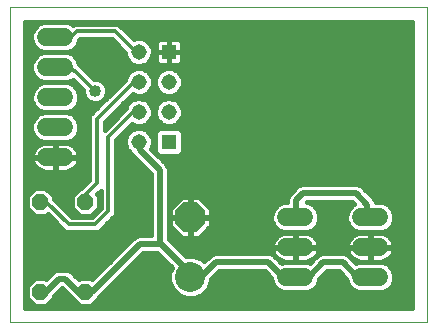
<source format=gtl>
G75*
%MOIN*%
%OFA0B0*%
%FSLAX25Y25*%
%IPPOS*%
%LPD*%
%AMOC8*
5,1,8,0,0,1.08239X$1,22.5*
%
%ADD10C,0.00000*%
%ADD11C,0.10000*%
%ADD12OC8,0.10000*%
%ADD13C,0.06000*%
%ADD14OC8,0.05200*%
%ADD15R,0.05150X0.05150*%
%ADD16C,0.05150*%
%ADD17C,0.01600*%
%ADD18C,0.02000*%
%ADD19C,0.01200*%
%ADD20C,0.04000*%
D10*
X0001800Y0004102D02*
X0001800Y0109063D01*
X0140501Y0109063D01*
X0140501Y0004102D01*
X0001800Y0004102D01*
D11*
X0061800Y0019102D03*
D12*
X0061800Y0039102D03*
D13*
X0093800Y0039102D02*
X0099800Y0039102D01*
X0099800Y0029102D02*
X0093800Y0029102D01*
X0093800Y0019102D02*
X0099800Y0019102D01*
X0118800Y0019102D02*
X0124800Y0019102D01*
X0124800Y0029102D02*
X0118800Y0029102D01*
X0118800Y0039102D02*
X0124800Y0039102D01*
X0019800Y0059102D02*
X0013800Y0059102D01*
X0013800Y0069102D02*
X0019800Y0069102D01*
X0019800Y0079102D02*
X0013800Y0079102D01*
X0013800Y0089102D02*
X0019800Y0089102D01*
X0019800Y0099102D02*
X0013800Y0099102D01*
D14*
X0011800Y0044102D03*
X0026800Y0044102D03*
X0026800Y0014102D03*
X0011800Y0014102D03*
D15*
X0054605Y0064161D03*
X0054605Y0094161D03*
D16*
X0044605Y0094161D03*
X0044605Y0084161D03*
X0054605Y0084161D03*
X0054605Y0074161D03*
X0044605Y0074161D03*
X0044605Y0064161D03*
D17*
X0048627Y0061917D02*
X0049180Y0063251D01*
X0049180Y0065071D01*
X0048483Y0066753D01*
X0047197Y0068039D01*
X0045515Y0068736D01*
X0043695Y0068736D01*
X0042014Y0068039D01*
X0040727Y0066753D01*
X0040030Y0065071D01*
X0040030Y0063251D01*
X0040727Y0061570D01*
X0042014Y0060283D01*
X0042138Y0060231D01*
X0042357Y0059703D01*
X0048500Y0053559D01*
X0048500Y0033052D01*
X0044303Y0033052D01*
X0043201Y0032595D01*
X0042357Y0031751D01*
X0029006Y0018401D01*
X0028705Y0018702D01*
X0024895Y0018702D01*
X0024544Y0018351D01*
X0021849Y0021045D01*
X0020747Y0021502D01*
X0017353Y0021502D01*
X0016251Y0021045D01*
X0015407Y0020201D01*
X0013806Y0018601D01*
X0013705Y0018702D01*
X0009895Y0018702D01*
X0007200Y0016007D01*
X0007200Y0012197D01*
X0009895Y0009502D01*
X0013705Y0009502D01*
X0016400Y0012197D01*
X0016400Y0012709D01*
X0019050Y0015359D01*
X0022200Y0012209D01*
X0022200Y0012197D01*
X0024895Y0009502D01*
X0028705Y0009502D01*
X0031400Y0012197D01*
X0031400Y0012309D01*
X0046143Y0027052D01*
X0050807Y0027052D01*
X0055551Y0022308D01*
X0054800Y0020494D01*
X0054800Y0017710D01*
X0055866Y0015137D01*
X0057835Y0013168D01*
X0060408Y0012102D01*
X0063192Y0012102D01*
X0065765Y0013168D01*
X0067734Y0015137D01*
X0068800Y0017710D01*
X0068800Y0018359D01*
X0071443Y0021002D01*
X0086557Y0021002D01*
X0088800Y0018759D01*
X0088800Y0018107D01*
X0089561Y0016270D01*
X0090968Y0014863D01*
X0092805Y0014102D01*
X0100795Y0014102D01*
X0102632Y0014863D01*
X0104039Y0016270D01*
X0104800Y0018107D01*
X0104800Y0018609D01*
X0107193Y0021002D01*
X0111307Y0021002D01*
X0113800Y0018509D01*
X0113800Y0018107D01*
X0114561Y0016270D01*
X0115968Y0014863D01*
X0117805Y0014102D01*
X0125795Y0014102D01*
X0127632Y0014863D01*
X0129039Y0016270D01*
X0129800Y0018107D01*
X0129800Y0020097D01*
X0129039Y0021934D01*
X0127632Y0023341D01*
X0125795Y0024102D01*
X0117805Y0024102D01*
X0117019Y0023776D01*
X0114249Y0026545D01*
X0113147Y0027002D01*
X0105353Y0027002D01*
X0104251Y0026545D01*
X0103407Y0025701D01*
X0101511Y0023805D01*
X0100795Y0024102D01*
X0092805Y0024102D01*
X0092195Y0023849D01*
X0090343Y0025701D01*
X0090343Y0025701D01*
X0089499Y0026545D01*
X0088397Y0027002D01*
X0069603Y0027002D01*
X0068501Y0026545D01*
X0066378Y0024423D01*
X0065765Y0025036D01*
X0063192Y0026102D01*
X0060408Y0026102D01*
X0060291Y0026054D01*
X0054500Y0031845D01*
X0054500Y0055399D01*
X0054043Y0056501D01*
X0053199Y0057345D01*
X0048627Y0061917D01*
X0048932Y0062652D02*
X0050030Y0062652D01*
X0050030Y0064250D02*
X0049180Y0064250D01*
X0048858Y0065849D02*
X0050030Y0065849D01*
X0050030Y0067448D02*
X0047788Y0067448D01*
X0050030Y0067564D02*
X0051202Y0068736D01*
X0058008Y0068736D01*
X0059180Y0067564D01*
X0059180Y0060758D01*
X0058008Y0059586D01*
X0051202Y0059586D01*
X0050030Y0060758D01*
X0050030Y0067564D01*
X0052014Y0070283D02*
X0053695Y0069586D01*
X0055515Y0069586D01*
X0057197Y0070283D01*
X0058483Y0071570D01*
X0059180Y0073251D01*
X0059180Y0075071D01*
X0058483Y0076753D01*
X0057197Y0078039D01*
X0055515Y0078736D01*
X0053695Y0078736D01*
X0052014Y0078039D01*
X0050727Y0076753D01*
X0050030Y0075071D01*
X0050030Y0073251D01*
X0050727Y0071570D01*
X0052014Y0070283D01*
X0051652Y0070645D02*
X0047558Y0070645D01*
X0047197Y0070283D02*
X0048483Y0071570D01*
X0049180Y0073251D01*
X0049180Y0075071D01*
X0048483Y0076753D01*
X0047197Y0078039D01*
X0045515Y0078736D01*
X0043695Y0078736D01*
X0042014Y0078039D01*
X0040727Y0076753D01*
X0040030Y0075071D01*
X0040030Y0075059D01*
X0033200Y0068229D01*
X0033200Y0070775D01*
X0042504Y0080080D01*
X0043695Y0079586D01*
X0045515Y0079586D01*
X0047197Y0080283D01*
X0048483Y0081570D01*
X0049180Y0083251D01*
X0049180Y0085071D01*
X0048483Y0086753D01*
X0047197Y0088039D01*
X0045515Y0088736D01*
X0043695Y0088736D01*
X0042014Y0088039D01*
X0040727Y0086753D01*
X0040030Y0085071D01*
X0040030Y0084959D01*
X0029127Y0074056D01*
X0028396Y0073325D01*
X0028000Y0072369D01*
X0028000Y0051479D01*
X0025277Y0048756D01*
X0025223Y0048702D01*
X0024895Y0048702D01*
X0022200Y0046007D01*
X0022200Y0042197D01*
X0024895Y0039502D01*
X0028705Y0039502D01*
X0031400Y0042197D01*
X0031400Y0046007D01*
X0030641Y0046766D01*
X0031850Y0047975D01*
X0031850Y0042129D01*
X0028973Y0039252D01*
X0022327Y0039252D01*
X0016400Y0045179D01*
X0016400Y0046007D01*
X0013705Y0048702D01*
X0009895Y0048702D01*
X0007200Y0046007D01*
X0007200Y0042197D01*
X0009895Y0039502D01*
X0013705Y0039502D01*
X0014214Y0040011D01*
X0019777Y0034448D01*
X0020733Y0034052D01*
X0030567Y0034052D01*
X0031523Y0034448D01*
X0032254Y0035179D01*
X0036654Y0039579D01*
X0037050Y0040535D01*
X0037050Y0064725D01*
X0042434Y0070109D01*
X0043695Y0069586D01*
X0045515Y0069586D01*
X0047197Y0070283D01*
X0048762Y0072243D02*
X0050448Y0072243D01*
X0050030Y0073842D02*
X0049180Y0073842D01*
X0049027Y0075440D02*
X0050183Y0075440D01*
X0051013Y0077039D02*
X0048197Y0077039D01*
X0045754Y0078637D02*
X0053457Y0078637D01*
X0053695Y0079586D02*
X0055515Y0079586D01*
X0057197Y0080283D01*
X0058483Y0081570D01*
X0059180Y0083251D01*
X0059180Y0085071D01*
X0058483Y0086753D01*
X0057197Y0088039D01*
X0055515Y0088736D01*
X0053695Y0088736D01*
X0052014Y0088039D01*
X0050727Y0086753D01*
X0050030Y0085071D01*
X0050030Y0083251D01*
X0050727Y0081570D01*
X0052014Y0080283D01*
X0053695Y0079586D01*
X0052128Y0080236D02*
X0047083Y0080236D01*
X0048593Y0081834D02*
X0050617Y0081834D01*
X0050030Y0083433D02*
X0049180Y0083433D01*
X0049180Y0085031D02*
X0050030Y0085031D01*
X0050676Y0086630D02*
X0048534Y0086630D01*
X0046741Y0088228D02*
X0052469Y0088228D01*
X0051793Y0089786D02*
X0054605Y0089786D01*
X0054605Y0094161D01*
X0050230Y0094161D01*
X0050230Y0091349D01*
X0050353Y0090892D01*
X0050590Y0090481D01*
X0050925Y0090146D01*
X0051336Y0089909D01*
X0051793Y0089786D01*
X0051643Y0089827D02*
X0046095Y0089827D01*
X0045515Y0089586D02*
X0047197Y0090283D01*
X0048483Y0091570D01*
X0049180Y0093251D01*
X0049180Y0095071D01*
X0048483Y0096753D01*
X0047197Y0098039D01*
X0045515Y0098736D01*
X0043695Y0098736D01*
X0042916Y0098413D01*
X0038854Y0102475D01*
X0038123Y0103206D01*
X0037167Y0103602D01*
X0023483Y0103602D01*
X0022697Y0103276D01*
X0022632Y0103341D01*
X0020795Y0104102D01*
X0012805Y0104102D01*
X0010968Y0103341D01*
X0009561Y0101934D01*
X0008800Y0100097D01*
X0008800Y0098107D01*
X0009561Y0096270D01*
X0010968Y0094863D01*
X0012805Y0094102D01*
X0010968Y0093341D01*
X0009561Y0091934D01*
X0008800Y0090097D01*
X0008800Y0088107D01*
X0009561Y0086270D01*
X0010968Y0084863D01*
X0012805Y0084102D01*
X0020795Y0084102D01*
X0022632Y0084863D01*
X0022672Y0084903D01*
X0026050Y0081525D01*
X0026050Y0080406D01*
X0026659Y0078936D01*
X0027784Y0077811D01*
X0029254Y0077202D01*
X0030846Y0077202D01*
X0032316Y0077811D01*
X0033441Y0078936D01*
X0034050Y0080406D01*
X0034050Y0081998D01*
X0033441Y0083468D01*
X0032316Y0084593D01*
X0030846Y0085202D01*
X0029727Y0085202D01*
X0025654Y0089275D01*
X0024923Y0090006D01*
X0024800Y0090057D01*
X0024800Y0090097D01*
X0024039Y0091934D01*
X0022632Y0093341D01*
X0020795Y0094102D01*
X0012805Y0094102D01*
X0020795Y0094102D01*
X0022632Y0094863D01*
X0024039Y0096270D01*
X0024800Y0098107D01*
X0024800Y0098125D01*
X0025077Y0098402D01*
X0035573Y0098402D01*
X0040030Y0093945D01*
X0040030Y0093251D01*
X0040727Y0091570D01*
X0042014Y0090283D01*
X0043695Y0089586D01*
X0045515Y0089586D01*
X0043115Y0089827D02*
X0025102Y0089827D01*
X0026701Y0088228D02*
X0042469Y0088228D01*
X0040676Y0086630D02*
X0028299Y0086630D01*
X0031258Y0085031D02*
X0040030Y0085031D01*
X0038504Y0083433D02*
X0033456Y0083433D01*
X0034050Y0081834D02*
X0036905Y0081834D01*
X0035307Y0080236D02*
X0033979Y0080236D01*
X0033708Y0078637D02*
X0033142Y0078637D01*
X0032110Y0077039D02*
X0024357Y0077039D01*
X0024039Y0076270D02*
X0024800Y0078107D01*
X0024800Y0080097D01*
X0024039Y0081934D01*
X0022632Y0083341D01*
X0020795Y0084102D01*
X0012805Y0084102D01*
X0010968Y0083341D01*
X0009561Y0081934D01*
X0008800Y0080097D01*
X0008800Y0078107D01*
X0009561Y0076270D01*
X0010968Y0074863D01*
X0012805Y0074102D01*
X0020795Y0074102D01*
X0022632Y0074863D01*
X0024039Y0076270D01*
X0023209Y0075440D02*
X0030511Y0075440D01*
X0028913Y0073842D02*
X0021423Y0073842D01*
X0020795Y0074102D02*
X0022632Y0073341D01*
X0024039Y0071934D01*
X0024800Y0070097D01*
X0024800Y0068107D01*
X0024039Y0066270D01*
X0022632Y0064863D01*
X0020795Y0064102D01*
X0012805Y0064102D01*
X0010968Y0064863D01*
X0009561Y0066270D01*
X0008800Y0068107D01*
X0008800Y0070097D01*
X0009561Y0071934D01*
X0010968Y0073341D01*
X0012805Y0074102D01*
X0020795Y0074102D01*
X0023730Y0072243D02*
X0028000Y0072243D01*
X0028000Y0070645D02*
X0024573Y0070645D01*
X0024800Y0069046D02*
X0028000Y0069046D01*
X0028000Y0067448D02*
X0024527Y0067448D01*
X0023618Y0065849D02*
X0028000Y0065849D01*
X0028000Y0064250D02*
X0021153Y0064250D01*
X0020924Y0063784D02*
X0020178Y0063902D01*
X0017000Y0063902D01*
X0017000Y0059302D01*
X0024600Y0059302D01*
X0024600Y0059480D01*
X0024482Y0060226D01*
X0024248Y0060945D01*
X0023905Y0061618D01*
X0023461Y0062229D01*
X0022927Y0062763D01*
X0022316Y0063207D01*
X0021643Y0063550D01*
X0020924Y0063784D01*
X0023038Y0062652D02*
X0028000Y0062652D01*
X0028000Y0061053D02*
X0024193Y0061053D01*
X0024600Y0059455D02*
X0028000Y0059455D01*
X0028000Y0057856D02*
X0024442Y0057856D01*
X0024482Y0057978D02*
X0024600Y0058724D01*
X0024600Y0058902D01*
X0017000Y0058902D01*
X0017000Y0054302D01*
X0020178Y0054302D01*
X0020924Y0054420D01*
X0021643Y0054654D01*
X0022316Y0054997D01*
X0022927Y0055441D01*
X0023461Y0055975D01*
X0023905Y0056586D01*
X0024248Y0057259D01*
X0024482Y0057978D01*
X0023667Y0056258D02*
X0028000Y0056258D01*
X0028000Y0054659D02*
X0021654Y0054659D01*
X0017000Y0054659D02*
X0016600Y0054659D01*
X0016600Y0054302D02*
X0016600Y0058902D01*
X0017000Y0058902D01*
X0017000Y0059302D01*
X0016600Y0059302D01*
X0016600Y0058902D01*
X0009000Y0058902D01*
X0009000Y0058724D01*
X0009118Y0057978D01*
X0009352Y0057259D01*
X0009695Y0056586D01*
X0010139Y0055975D01*
X0010673Y0055441D01*
X0011284Y0054997D01*
X0011957Y0054654D01*
X0012676Y0054420D01*
X0013422Y0054302D01*
X0016600Y0054302D01*
X0016600Y0056258D02*
X0017000Y0056258D01*
X0017000Y0057856D02*
X0016600Y0057856D01*
X0016600Y0059302D02*
X0009000Y0059302D01*
X0009000Y0059480D01*
X0009118Y0060226D01*
X0009352Y0060945D01*
X0009695Y0061618D01*
X0010139Y0062229D01*
X0010673Y0062763D01*
X0011284Y0063207D01*
X0011957Y0063550D01*
X0012676Y0063784D01*
X0013422Y0063902D01*
X0016600Y0063902D01*
X0016600Y0059302D01*
X0016600Y0059455D02*
X0017000Y0059455D01*
X0017000Y0061053D02*
X0016600Y0061053D01*
X0016600Y0062652D02*
X0017000Y0062652D01*
X0012447Y0064250D02*
X0006600Y0064250D01*
X0006600Y0062652D02*
X0010562Y0062652D01*
X0009407Y0061053D02*
X0006600Y0061053D01*
X0006600Y0059455D02*
X0009000Y0059455D01*
X0009158Y0057856D02*
X0006600Y0057856D01*
X0006600Y0056258D02*
X0009933Y0056258D01*
X0011946Y0054659D02*
X0006600Y0054659D01*
X0006600Y0053061D02*
X0028000Y0053061D01*
X0027983Y0051462D02*
X0006600Y0051462D01*
X0006600Y0049864D02*
X0026385Y0049864D01*
X0024458Y0048265D02*
X0014142Y0048265D01*
X0015741Y0046667D02*
X0022859Y0046667D01*
X0022200Y0045068D02*
X0016511Y0045068D01*
X0018109Y0043470D02*
X0022200Y0043470D01*
X0022525Y0041871D02*
X0019708Y0041871D01*
X0021306Y0040273D02*
X0024124Y0040273D01*
X0029476Y0040273D02*
X0029994Y0040273D01*
X0031075Y0041871D02*
X0031592Y0041871D01*
X0031400Y0043470D02*
X0031850Y0043470D01*
X0031850Y0045068D02*
X0031400Y0045068D01*
X0031850Y0046667D02*
X0030741Y0046667D01*
X0037050Y0046667D02*
X0048500Y0046667D01*
X0048500Y0048265D02*
X0037050Y0048265D01*
X0037050Y0049864D02*
X0048500Y0049864D01*
X0048500Y0051462D02*
X0037050Y0051462D01*
X0037050Y0053061D02*
X0048500Y0053061D01*
X0047400Y0054659D02*
X0037050Y0054659D01*
X0037050Y0056258D02*
X0045801Y0056258D01*
X0044203Y0057856D02*
X0037050Y0057856D01*
X0037050Y0059455D02*
X0042604Y0059455D01*
X0041243Y0061053D02*
X0037050Y0061053D01*
X0037050Y0062652D02*
X0040278Y0062652D01*
X0040030Y0064250D02*
X0037050Y0064250D01*
X0038174Y0065849D02*
X0040353Y0065849D01*
X0039772Y0067448D02*
X0041422Y0067448D01*
X0041371Y0069046D02*
X0135701Y0069046D01*
X0135701Y0070645D02*
X0057558Y0070645D01*
X0058762Y0072243D02*
X0135701Y0072243D01*
X0135701Y0073842D02*
X0059180Y0073842D01*
X0059027Y0075440D02*
X0135701Y0075440D01*
X0135701Y0077039D02*
X0058197Y0077039D01*
X0055754Y0078637D02*
X0135701Y0078637D01*
X0135701Y0080236D02*
X0057083Y0080236D01*
X0058593Y0081834D02*
X0135701Y0081834D01*
X0135701Y0083433D02*
X0059180Y0083433D01*
X0059180Y0085031D02*
X0135701Y0085031D01*
X0135701Y0086630D02*
X0058534Y0086630D01*
X0056741Y0088228D02*
X0135701Y0088228D01*
X0135701Y0089827D02*
X0057567Y0089827D01*
X0057417Y0089786D02*
X0057875Y0089909D01*
X0058285Y0090146D01*
X0058620Y0090481D01*
X0058857Y0090892D01*
X0058980Y0091349D01*
X0058980Y0094161D01*
X0054605Y0094161D01*
X0054605Y0094161D01*
X0054605Y0094161D01*
X0050230Y0094161D01*
X0050230Y0096973D01*
X0050353Y0097431D01*
X0050590Y0097841D01*
X0050925Y0098176D01*
X0051336Y0098413D01*
X0051793Y0098536D01*
X0054605Y0098536D01*
X0054605Y0094161D01*
X0054605Y0089786D01*
X0057417Y0089786D01*
X0054605Y0089827D02*
X0054605Y0089827D01*
X0054605Y0091425D02*
X0054605Y0091425D01*
X0054605Y0093024D02*
X0054605Y0093024D01*
X0054605Y0094161D02*
X0054605Y0094161D01*
X0054605Y0094161D01*
X0054605Y0098536D01*
X0057417Y0098536D01*
X0057875Y0098413D01*
X0058285Y0098176D01*
X0058620Y0097841D01*
X0058857Y0097431D01*
X0058980Y0096973D01*
X0058980Y0094161D01*
X0054605Y0094161D01*
X0054605Y0094622D02*
X0054605Y0094622D01*
X0054605Y0096221D02*
X0054605Y0096221D01*
X0054605Y0097819D02*
X0054605Y0097819D01*
X0058633Y0097819D02*
X0135701Y0097819D01*
X0135701Y0099418D02*
X0041911Y0099418D01*
X0040313Y0101016D02*
X0135701Y0101016D01*
X0135701Y0102615D02*
X0038714Y0102615D01*
X0036156Y0097819D02*
X0024681Y0097819D01*
X0023990Y0096221D02*
X0037754Y0096221D01*
X0039353Y0094622D02*
X0022050Y0094622D01*
X0022949Y0093024D02*
X0040125Y0093024D01*
X0040871Y0091425D02*
X0024250Y0091425D01*
X0024142Y0083433D02*
X0022411Y0083433D01*
X0024080Y0081834D02*
X0025741Y0081834D01*
X0026121Y0080236D02*
X0024742Y0080236D01*
X0024800Y0078637D02*
X0026958Y0078637D01*
X0034668Y0072243D02*
X0037214Y0072243D01*
X0036266Y0073842D02*
X0038813Y0073842D01*
X0037865Y0075440D02*
X0040183Y0075440D01*
X0039463Y0077039D02*
X0041013Y0077039D01*
X0041062Y0078637D02*
X0043457Y0078637D01*
X0035616Y0070645D02*
X0033200Y0070645D01*
X0033200Y0069046D02*
X0034017Y0069046D01*
X0049491Y0061053D02*
X0050030Y0061053D01*
X0051090Y0059455D02*
X0135701Y0059455D01*
X0135701Y0057856D02*
X0052688Y0057856D01*
X0054144Y0056258D02*
X0135701Y0056258D01*
X0135701Y0054659D02*
X0054500Y0054659D01*
X0054500Y0053061D02*
X0135701Y0053061D01*
X0135701Y0051462D02*
X0054500Y0051462D01*
X0054500Y0049864D02*
X0098178Y0049864D01*
X0097651Y0049645D02*
X0096807Y0048801D01*
X0094607Y0046601D01*
X0094150Y0045499D01*
X0094150Y0044102D01*
X0092805Y0044102D01*
X0090968Y0043341D01*
X0089561Y0041934D01*
X0088800Y0040097D01*
X0088800Y0038107D01*
X0089561Y0036270D01*
X0090968Y0034863D01*
X0092805Y0034102D01*
X0100795Y0034102D01*
X0102632Y0034863D01*
X0104039Y0036270D01*
X0104800Y0038107D01*
X0104800Y0040097D01*
X0104039Y0041934D01*
X0102632Y0043341D01*
X0100795Y0044102D01*
X0100593Y0044102D01*
X0115707Y0044102D01*
X0116322Y0043488D01*
X0115968Y0043341D01*
X0114561Y0041934D01*
X0113800Y0040097D01*
X0113800Y0038107D01*
X0114561Y0036270D01*
X0115968Y0034863D01*
X0117805Y0034102D01*
X0125795Y0034102D01*
X0127632Y0034863D01*
X0129039Y0036270D01*
X0129800Y0038107D01*
X0129800Y0040097D01*
X0129039Y0041934D01*
X0127632Y0043341D01*
X0125795Y0044102D01*
X0123695Y0044102D01*
X0123343Y0044951D01*
X0122499Y0045795D01*
X0118649Y0049645D01*
X0117547Y0050102D01*
X0098753Y0050102D01*
X0097651Y0049645D01*
X0096807Y0048801D02*
X0096807Y0048801D01*
X0096271Y0048265D02*
X0054500Y0048265D01*
X0054500Y0046667D02*
X0094672Y0046667D01*
X0094150Y0045068D02*
X0065450Y0045068D01*
X0064617Y0045902D02*
X0062000Y0045902D01*
X0062000Y0039302D01*
X0068600Y0039302D01*
X0068600Y0041919D01*
X0064617Y0045902D01*
X0062000Y0045068D02*
X0061600Y0045068D01*
X0061600Y0045902D02*
X0058983Y0045902D01*
X0055000Y0041919D01*
X0055000Y0039302D01*
X0061600Y0039302D01*
X0061600Y0038902D01*
X0062000Y0038902D01*
X0062000Y0032302D01*
X0064617Y0032302D01*
X0068600Y0036285D01*
X0068600Y0038902D01*
X0062000Y0038902D01*
X0062000Y0039302D01*
X0061600Y0039302D01*
X0061600Y0045902D01*
X0061600Y0043470D02*
X0062000Y0043470D01*
X0062000Y0041871D02*
X0061600Y0041871D01*
X0061600Y0040273D02*
X0062000Y0040273D01*
X0061600Y0038902D02*
X0055000Y0038902D01*
X0055000Y0036285D01*
X0058983Y0032302D01*
X0061600Y0032302D01*
X0061600Y0038902D01*
X0061600Y0038674D02*
X0062000Y0038674D01*
X0062000Y0037076D02*
X0061600Y0037076D01*
X0061600Y0035477D02*
X0062000Y0035477D01*
X0062000Y0033879D02*
X0061600Y0033879D01*
X0057407Y0033879D02*
X0054500Y0033879D01*
X0054500Y0035477D02*
X0055808Y0035477D01*
X0055000Y0037076D02*
X0054500Y0037076D01*
X0054500Y0038674D02*
X0055000Y0038674D01*
X0055000Y0040273D02*
X0054500Y0040273D01*
X0054500Y0041871D02*
X0055000Y0041871D01*
X0054500Y0043470D02*
X0056551Y0043470D01*
X0058150Y0045068D02*
X0054500Y0045068D01*
X0048500Y0045068D02*
X0037050Y0045068D01*
X0037050Y0043470D02*
X0048500Y0043470D01*
X0048500Y0041871D02*
X0037050Y0041871D01*
X0036941Y0040273D02*
X0048500Y0040273D01*
X0048500Y0038674D02*
X0035749Y0038674D01*
X0034151Y0037076D02*
X0048500Y0037076D01*
X0048500Y0035477D02*
X0032552Y0035477D01*
X0039689Y0029083D02*
X0006600Y0029083D01*
X0006600Y0030682D02*
X0041287Y0030682D01*
X0042886Y0032280D02*
X0006600Y0032280D01*
X0006600Y0033879D02*
X0048500Y0033879D01*
X0054500Y0032280D02*
X0090190Y0032280D01*
X0090139Y0032229D02*
X0089695Y0031618D01*
X0089352Y0030945D01*
X0089118Y0030226D01*
X0089000Y0029480D01*
X0089000Y0029302D01*
X0096600Y0029302D01*
X0096600Y0028902D01*
X0097000Y0028902D01*
X0097000Y0024302D01*
X0100178Y0024302D01*
X0100924Y0024420D01*
X0101643Y0024654D01*
X0102316Y0024997D01*
X0102927Y0025441D01*
X0103461Y0025975D01*
X0103905Y0026586D01*
X0104248Y0027259D01*
X0104482Y0027978D01*
X0104600Y0028724D01*
X0104600Y0028902D01*
X0097000Y0028902D01*
X0097000Y0029302D01*
X0104600Y0029302D01*
X0104600Y0029480D01*
X0104482Y0030226D01*
X0104248Y0030945D01*
X0103905Y0031618D01*
X0103461Y0032229D01*
X0102927Y0032763D01*
X0102316Y0033207D01*
X0101643Y0033550D01*
X0100924Y0033784D01*
X0100178Y0033902D01*
X0097000Y0033902D01*
X0097000Y0029302D01*
X0096600Y0029302D01*
X0096600Y0033902D01*
X0093422Y0033902D01*
X0092676Y0033784D01*
X0091957Y0033550D01*
X0091284Y0033207D01*
X0090673Y0032763D01*
X0090139Y0032229D01*
X0089266Y0030682D02*
X0055663Y0030682D01*
X0057261Y0029083D02*
X0096600Y0029083D01*
X0096600Y0028902D02*
X0089000Y0028902D01*
X0089000Y0028724D01*
X0089118Y0027978D01*
X0089352Y0027259D01*
X0089695Y0026586D01*
X0090139Y0025975D01*
X0090673Y0025441D01*
X0091284Y0024997D01*
X0091957Y0024654D01*
X0092676Y0024420D01*
X0093422Y0024302D01*
X0096600Y0024302D01*
X0096600Y0028902D01*
X0097000Y0029083D02*
X0121600Y0029083D01*
X0121600Y0028902D02*
X0114000Y0028902D01*
X0114000Y0028724D01*
X0114118Y0027978D01*
X0114352Y0027259D01*
X0114695Y0026586D01*
X0115139Y0025975D01*
X0115673Y0025441D01*
X0116284Y0024997D01*
X0116957Y0024654D01*
X0117676Y0024420D01*
X0118422Y0024302D01*
X0121600Y0024302D01*
X0121600Y0028902D01*
X0122000Y0028902D01*
X0122000Y0024302D01*
X0125178Y0024302D01*
X0125924Y0024420D01*
X0126643Y0024654D01*
X0127316Y0024997D01*
X0127927Y0025441D01*
X0128461Y0025975D01*
X0128905Y0026586D01*
X0129248Y0027259D01*
X0129482Y0027978D01*
X0129600Y0028724D01*
X0129600Y0028902D01*
X0122000Y0028902D01*
X0122000Y0029302D01*
X0129600Y0029302D01*
X0129600Y0029480D01*
X0129482Y0030226D01*
X0129248Y0030945D01*
X0128905Y0031618D01*
X0128461Y0032229D01*
X0127927Y0032763D01*
X0127316Y0033207D01*
X0126643Y0033550D01*
X0125924Y0033784D01*
X0125178Y0033902D01*
X0122000Y0033902D01*
X0122000Y0029302D01*
X0121600Y0029302D01*
X0121600Y0028902D01*
X0121600Y0029302D02*
X0114000Y0029302D01*
X0114000Y0029480D01*
X0114118Y0030226D01*
X0114352Y0030945D01*
X0114695Y0031618D01*
X0115139Y0032229D01*
X0115673Y0032763D01*
X0116284Y0033207D01*
X0116957Y0033550D01*
X0117676Y0033784D01*
X0118422Y0033902D01*
X0121600Y0033902D01*
X0121600Y0029302D01*
X0122000Y0029083D02*
X0135701Y0029083D01*
X0135701Y0030682D02*
X0129334Y0030682D01*
X0128410Y0032280D02*
X0135701Y0032280D01*
X0135701Y0033879D02*
X0125325Y0033879D01*
X0122000Y0033879D02*
X0121600Y0033879D01*
X0121600Y0032280D02*
X0122000Y0032280D01*
X0122000Y0030682D02*
X0121600Y0030682D01*
X0121600Y0027485D02*
X0122000Y0027485D01*
X0122000Y0025886D02*
X0121600Y0025886D01*
X0116507Y0024288D02*
X0135701Y0024288D01*
X0135701Y0022689D02*
X0128284Y0022689D01*
X0129388Y0021091D02*
X0135701Y0021091D01*
X0135701Y0019492D02*
X0129800Y0019492D01*
X0129711Y0017894D02*
X0135701Y0017894D01*
X0135701Y0016295D02*
X0129049Y0016295D01*
X0127230Y0014697D02*
X0135701Y0014697D01*
X0135701Y0013098D02*
X0065597Y0013098D01*
X0067294Y0014697D02*
X0091370Y0014697D01*
X0089551Y0016295D02*
X0068214Y0016295D01*
X0068800Y0017894D02*
X0088889Y0017894D01*
X0088067Y0019492D02*
X0069933Y0019492D01*
X0067841Y0025886D02*
X0063713Y0025886D01*
X0058860Y0027485D02*
X0089278Y0027485D01*
X0090158Y0025886D02*
X0090228Y0025886D01*
X0091757Y0024288D02*
X0101993Y0024288D01*
X0103372Y0025886D02*
X0103591Y0025886D01*
X0104321Y0027485D02*
X0114278Y0027485D01*
X0114908Y0025886D02*
X0115228Y0025886D01*
X0114266Y0030682D02*
X0104334Y0030682D01*
X0103410Y0032280D02*
X0115190Y0032280D01*
X0115354Y0035477D02*
X0103246Y0035477D01*
X0104373Y0037076D02*
X0114227Y0037076D01*
X0113800Y0038674D02*
X0104800Y0038674D01*
X0104727Y0040273D02*
X0113873Y0040273D01*
X0114535Y0041871D02*
X0104065Y0041871D01*
X0102321Y0043470D02*
X0116279Y0043470D01*
X0120029Y0048265D02*
X0135701Y0048265D01*
X0135701Y0046667D02*
X0121628Y0046667D01*
X0123226Y0045068D02*
X0135701Y0045068D01*
X0135701Y0043470D02*
X0127321Y0043470D01*
X0129065Y0041871D02*
X0135701Y0041871D01*
X0135701Y0040273D02*
X0129727Y0040273D01*
X0129800Y0038674D02*
X0135701Y0038674D01*
X0135701Y0037076D02*
X0129373Y0037076D01*
X0128246Y0035477D02*
X0135701Y0035477D01*
X0135701Y0027485D02*
X0129321Y0027485D01*
X0128372Y0025886D02*
X0135701Y0025886D01*
X0118275Y0033879D02*
X0100325Y0033879D01*
X0097000Y0033879D02*
X0096600Y0033879D01*
X0096600Y0032280D02*
X0097000Y0032280D01*
X0097000Y0030682D02*
X0096600Y0030682D01*
X0096600Y0027485D02*
X0097000Y0027485D01*
X0097000Y0025886D02*
X0096600Y0025886D01*
X0105683Y0019492D02*
X0112817Y0019492D01*
X0113889Y0017894D02*
X0104711Y0017894D01*
X0104049Y0016295D02*
X0114551Y0016295D01*
X0116370Y0014697D02*
X0102230Y0014697D01*
X0093275Y0033879D02*
X0066193Y0033879D01*
X0067792Y0035477D02*
X0090354Y0035477D01*
X0089227Y0037076D02*
X0068600Y0037076D01*
X0068600Y0038674D02*
X0088800Y0038674D01*
X0088873Y0040273D02*
X0068600Y0040273D01*
X0068600Y0041871D02*
X0089535Y0041871D01*
X0091279Y0043470D02*
X0067049Y0043470D01*
X0059180Y0061053D02*
X0135701Y0061053D01*
X0135701Y0062652D02*
X0059180Y0062652D01*
X0059180Y0064250D02*
X0135701Y0064250D01*
X0135701Y0065849D02*
X0059180Y0065849D01*
X0059180Y0067448D02*
X0135701Y0067448D01*
X0135701Y0049864D02*
X0118122Y0049864D01*
X0100593Y0044102D02*
X0100593Y0044102D01*
X0135701Y0011500D02*
X0030703Y0011500D01*
X0032189Y0013098D02*
X0058003Y0013098D01*
X0056306Y0014697D02*
X0033787Y0014697D01*
X0035386Y0016295D02*
X0055386Y0016295D01*
X0054800Y0017894D02*
X0036984Y0017894D01*
X0038583Y0019492D02*
X0054800Y0019492D01*
X0055047Y0021091D02*
X0040181Y0021091D01*
X0041780Y0022689D02*
X0055170Y0022689D01*
X0053572Y0024288D02*
X0043378Y0024288D01*
X0044977Y0025886D02*
X0051973Y0025886D01*
X0038090Y0027485D02*
X0006600Y0027485D01*
X0006600Y0025886D02*
X0036492Y0025886D01*
X0034893Y0024288D02*
X0006600Y0024288D01*
X0006600Y0022689D02*
X0033294Y0022689D01*
X0031696Y0021091D02*
X0021740Y0021091D01*
X0023403Y0019492D02*
X0030097Y0019492D01*
X0021311Y0013098D02*
X0016789Y0013098D01*
X0015703Y0011500D02*
X0022897Y0011500D01*
X0024496Y0009901D02*
X0014104Y0009901D01*
X0009496Y0009901D02*
X0006600Y0009901D01*
X0006600Y0008902D02*
X0006600Y0104263D01*
X0135701Y0104263D01*
X0135701Y0008902D01*
X0006600Y0008902D01*
X0006600Y0011500D02*
X0007897Y0011500D01*
X0007200Y0013098D02*
X0006600Y0013098D01*
X0006600Y0014697D02*
X0007200Y0014697D01*
X0007488Y0016295D02*
X0006600Y0016295D01*
X0006600Y0017894D02*
X0009086Y0017894D01*
X0006600Y0019492D02*
X0014697Y0019492D01*
X0016360Y0021091D02*
X0006600Y0021091D01*
X0018387Y0014697D02*
X0019713Y0014697D01*
X0029104Y0009901D02*
X0135701Y0009901D01*
X0135701Y0091425D02*
X0058980Y0091425D01*
X0058980Y0093024D02*
X0135701Y0093024D01*
X0135701Y0094622D02*
X0058980Y0094622D01*
X0058980Y0096221D02*
X0135701Y0096221D01*
X0135701Y0104213D02*
X0006600Y0104213D01*
X0006600Y0102615D02*
X0010242Y0102615D01*
X0009181Y0101016D02*
X0006600Y0101016D01*
X0006600Y0099418D02*
X0008800Y0099418D01*
X0008919Y0097819D02*
X0006600Y0097819D01*
X0006600Y0096221D02*
X0009610Y0096221D01*
X0011550Y0094622D02*
X0006600Y0094622D01*
X0006600Y0093024D02*
X0010651Y0093024D01*
X0009350Y0091425D02*
X0006600Y0091425D01*
X0006600Y0089827D02*
X0008800Y0089827D01*
X0008800Y0088228D02*
X0006600Y0088228D01*
X0006600Y0086630D02*
X0009412Y0086630D01*
X0010800Y0085031D02*
X0006600Y0085031D01*
X0006600Y0083433D02*
X0011189Y0083433D01*
X0009520Y0081834D02*
X0006600Y0081834D01*
X0006600Y0080236D02*
X0008858Y0080236D01*
X0008800Y0078637D02*
X0006600Y0078637D01*
X0006600Y0077039D02*
X0009243Y0077039D01*
X0010391Y0075440D02*
X0006600Y0075440D01*
X0006600Y0073842D02*
X0012177Y0073842D01*
X0009870Y0072243D02*
X0006600Y0072243D01*
X0006600Y0070645D02*
X0009027Y0070645D01*
X0008800Y0069046D02*
X0006600Y0069046D01*
X0006600Y0067448D02*
X0009073Y0067448D01*
X0009982Y0065849D02*
X0006600Y0065849D01*
X0006600Y0048265D02*
X0009458Y0048265D01*
X0007859Y0046667D02*
X0006600Y0046667D01*
X0006600Y0045068D02*
X0007200Y0045068D01*
X0007200Y0043470D02*
X0006600Y0043470D01*
X0006600Y0041871D02*
X0007525Y0041871D01*
X0006600Y0040273D02*
X0009124Y0040273D01*
X0006600Y0038674D02*
X0015551Y0038674D01*
X0017149Y0037076D02*
X0006600Y0037076D01*
X0006600Y0035477D02*
X0018748Y0035477D01*
X0048339Y0091425D02*
X0050230Y0091425D01*
X0050230Y0093024D02*
X0049086Y0093024D01*
X0049180Y0094622D02*
X0050230Y0094622D01*
X0050230Y0096221D02*
X0048704Y0096221D01*
X0047417Y0097819D02*
X0050577Y0097819D01*
D18*
X0044900Y0064152D02*
X0044605Y0064161D01*
X0044900Y0064152D02*
X0044900Y0061402D01*
X0051500Y0054802D01*
X0051500Y0030602D01*
X0050950Y0030052D01*
X0044900Y0030052D01*
X0028950Y0014102D01*
X0026800Y0014102D01*
X0026750Y0014102D01*
X0026200Y0013552D01*
X0025100Y0013552D01*
X0020150Y0018502D01*
X0017950Y0018502D01*
X0013550Y0014102D01*
X0011800Y0014102D01*
X0051500Y0030602D02*
X0061400Y0020702D01*
X0061400Y0019602D01*
X0061800Y0019102D01*
X0062500Y0019602D01*
X0065800Y0019602D01*
X0070200Y0024002D01*
X0087800Y0024002D01*
X0092200Y0019602D01*
X0096050Y0019602D01*
X0096800Y0019102D01*
X0097150Y0019602D01*
X0101550Y0019602D01*
X0105950Y0024002D01*
X0112550Y0024002D01*
X0116950Y0019602D01*
X0121350Y0019602D01*
X0121800Y0019102D01*
X0121800Y0039102D02*
X0121350Y0039402D01*
X0120800Y0039952D01*
X0120800Y0043252D01*
X0116950Y0047102D01*
X0099350Y0047102D01*
X0097150Y0044902D01*
X0097150Y0039402D01*
X0096800Y0039102D01*
D19*
X0044605Y0074161D02*
X0044350Y0074052D01*
X0042700Y0074052D01*
X0034450Y0065802D01*
X0034450Y0041052D01*
X0030050Y0036652D01*
X0021250Y0036652D01*
X0014100Y0043802D01*
X0011900Y0043802D01*
X0011800Y0044102D01*
X0026750Y0044352D02*
X0026800Y0044102D01*
X0026750Y0044352D02*
X0026750Y0046552D01*
X0030600Y0050402D01*
X0030600Y0071852D01*
X0042700Y0083952D01*
X0044350Y0083952D01*
X0044605Y0084161D01*
X0044605Y0094161D02*
X0044350Y0094402D01*
X0043250Y0094402D01*
X0036650Y0101002D01*
X0024000Y0101002D01*
X0022350Y0099352D01*
X0016850Y0099352D01*
X0016800Y0099102D01*
X0016800Y0089102D02*
X0016850Y0088902D01*
X0021800Y0088902D01*
X0022900Y0087802D01*
X0023450Y0087802D01*
X0030050Y0081202D01*
D20*
X0030050Y0081202D03*
M02*

</source>
